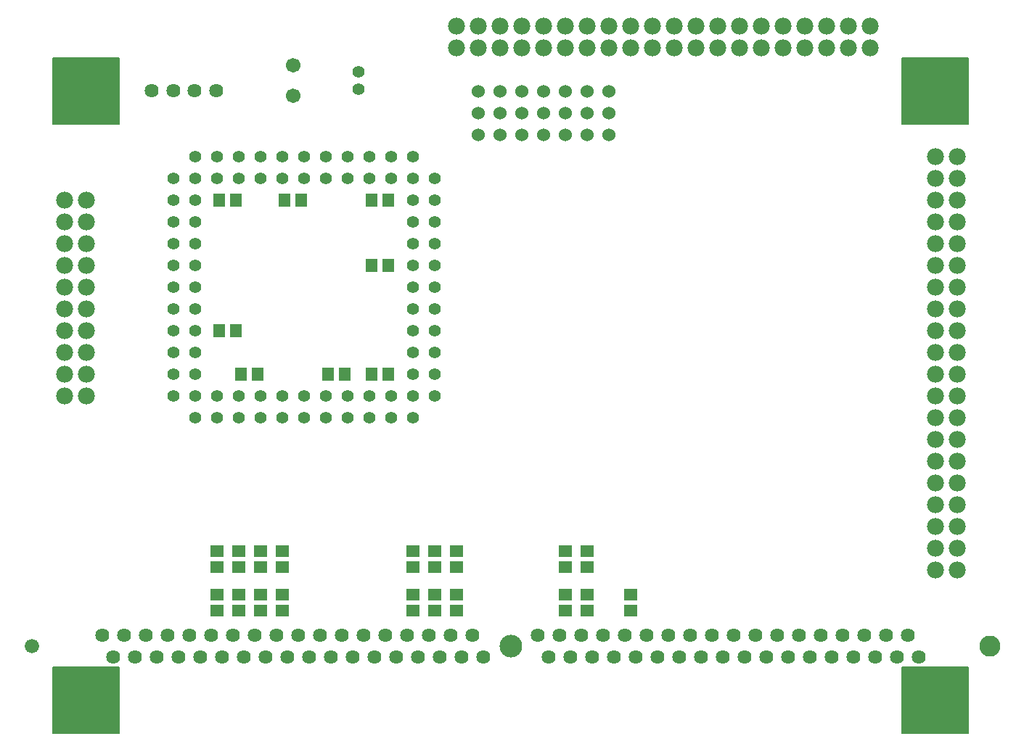
<source format=gbr>
G04 EAGLE Gerber RS-274X export*
G75*
%MOMM*%
%FSLAX34Y34*%
%LPD*%
%INSoldermask Bottom*%
%IPPOS*%
%AMOC8*
5,1,8,0,0,1.08239X$1,22.5*%
G01*
%ADD10C,1.981200*%
%ADD11C,1.701800*%
%ADD12C,1.625600*%
%ADD13C,2.463800*%
%ADD14C,1.676400*%
%ADD15C,2.641600*%
%ADD16C,1.422400*%
%ADD17R,1.601600X1.401600*%
%ADD18R,1.401600X1.601600*%
%ADD19C,1.524000*%
%ADD20C,4.117600*%

G36*
X1066918Y633746D02*
X1066918Y633746D01*
X1067037Y633753D01*
X1067075Y633766D01*
X1067116Y633771D01*
X1067226Y633814D01*
X1067339Y633851D01*
X1067374Y633873D01*
X1067411Y633888D01*
X1067507Y633958D01*
X1067608Y634021D01*
X1067636Y634051D01*
X1067669Y634074D01*
X1067745Y634166D01*
X1067826Y634253D01*
X1067846Y634288D01*
X1067871Y634319D01*
X1067922Y634427D01*
X1067980Y634531D01*
X1067990Y634571D01*
X1068007Y634607D01*
X1068029Y634724D01*
X1068059Y634839D01*
X1068063Y634900D01*
X1068067Y634920D01*
X1068065Y634940D01*
X1068069Y635000D01*
X1068069Y711200D01*
X1068054Y711318D01*
X1068047Y711437D01*
X1068034Y711475D01*
X1068029Y711516D01*
X1067986Y711626D01*
X1067949Y711739D01*
X1067927Y711774D01*
X1067912Y711811D01*
X1067843Y711907D01*
X1067779Y712008D01*
X1067749Y712036D01*
X1067726Y712069D01*
X1067634Y712145D01*
X1067547Y712226D01*
X1067512Y712246D01*
X1067481Y712271D01*
X1067373Y712322D01*
X1067269Y712380D01*
X1067229Y712390D01*
X1067193Y712407D01*
X1067076Y712429D01*
X1066961Y712459D01*
X1066901Y712463D01*
X1066881Y712467D01*
X1066860Y712465D01*
X1066800Y712469D01*
X990600Y712469D01*
X990482Y712454D01*
X990363Y712447D01*
X990325Y712434D01*
X990284Y712429D01*
X990174Y712386D01*
X990061Y712349D01*
X990026Y712327D01*
X989989Y712312D01*
X989893Y712243D01*
X989792Y712179D01*
X989764Y712149D01*
X989731Y712126D01*
X989656Y712034D01*
X989574Y711947D01*
X989554Y711912D01*
X989529Y711881D01*
X989478Y711773D01*
X989420Y711669D01*
X989410Y711629D01*
X989393Y711593D01*
X989371Y711476D01*
X989341Y711361D01*
X989337Y711301D01*
X989333Y711281D01*
X989335Y711260D01*
X989331Y711200D01*
X989331Y635000D01*
X989346Y634882D01*
X989353Y634763D01*
X989366Y634725D01*
X989371Y634684D01*
X989414Y634574D01*
X989451Y634461D01*
X989473Y634426D01*
X989488Y634389D01*
X989558Y634293D01*
X989621Y634192D01*
X989651Y634164D01*
X989674Y634131D01*
X989766Y634056D01*
X989853Y633974D01*
X989888Y633954D01*
X989919Y633929D01*
X990027Y633878D01*
X990131Y633820D01*
X990171Y633810D01*
X990207Y633793D01*
X990324Y633771D01*
X990439Y633741D01*
X990500Y633737D01*
X990520Y633733D01*
X990540Y633735D01*
X990600Y633731D01*
X1066800Y633731D01*
X1066918Y633746D01*
G37*
G36*
X76318Y633746D02*
X76318Y633746D01*
X76437Y633753D01*
X76475Y633766D01*
X76516Y633771D01*
X76626Y633814D01*
X76739Y633851D01*
X76774Y633873D01*
X76811Y633888D01*
X76907Y633958D01*
X77008Y634021D01*
X77036Y634051D01*
X77069Y634074D01*
X77145Y634166D01*
X77226Y634253D01*
X77246Y634288D01*
X77271Y634319D01*
X77322Y634427D01*
X77380Y634531D01*
X77390Y634571D01*
X77407Y634607D01*
X77429Y634724D01*
X77459Y634839D01*
X77463Y634900D01*
X77467Y634920D01*
X77465Y634940D01*
X77469Y635000D01*
X77469Y711200D01*
X77454Y711318D01*
X77447Y711437D01*
X77434Y711475D01*
X77429Y711516D01*
X77386Y711626D01*
X77349Y711739D01*
X77327Y711774D01*
X77312Y711811D01*
X77243Y711907D01*
X77179Y712008D01*
X77149Y712036D01*
X77126Y712069D01*
X77034Y712145D01*
X76947Y712226D01*
X76912Y712246D01*
X76881Y712271D01*
X76773Y712322D01*
X76669Y712380D01*
X76629Y712390D01*
X76593Y712407D01*
X76476Y712429D01*
X76361Y712459D01*
X76301Y712463D01*
X76281Y712467D01*
X76260Y712465D01*
X76200Y712469D01*
X0Y712469D01*
X-118Y712454D01*
X-237Y712447D01*
X-275Y712434D01*
X-316Y712429D01*
X-426Y712386D01*
X-539Y712349D01*
X-574Y712327D01*
X-611Y712312D01*
X-707Y712243D01*
X-808Y712179D01*
X-836Y712149D01*
X-869Y712126D01*
X-945Y712034D01*
X-1026Y711947D01*
X-1046Y711912D01*
X-1071Y711881D01*
X-1122Y711773D01*
X-1180Y711669D01*
X-1190Y711629D01*
X-1207Y711593D01*
X-1229Y711476D01*
X-1259Y711361D01*
X-1263Y711301D01*
X-1267Y711281D01*
X-1265Y711260D01*
X-1269Y711200D01*
X-1269Y635000D01*
X-1254Y634882D01*
X-1247Y634763D01*
X-1234Y634725D01*
X-1229Y634684D01*
X-1186Y634574D01*
X-1149Y634461D01*
X-1127Y634426D01*
X-1112Y634389D01*
X-1043Y634293D01*
X-979Y634192D01*
X-949Y634164D01*
X-926Y634131D01*
X-834Y634056D01*
X-747Y633974D01*
X-712Y633954D01*
X-681Y633929D01*
X-573Y633878D01*
X-469Y633820D01*
X-429Y633810D01*
X-393Y633793D01*
X-276Y633771D01*
X-161Y633741D01*
X-101Y633737D01*
X-81Y633733D01*
X-60Y633735D01*
X0Y633731D01*
X76200Y633731D01*
X76318Y633746D01*
G37*
G36*
X76318Y-77454D02*
X76318Y-77454D01*
X76437Y-77447D01*
X76475Y-77434D01*
X76516Y-77429D01*
X76626Y-77386D01*
X76739Y-77349D01*
X76774Y-77327D01*
X76811Y-77312D01*
X76907Y-77243D01*
X77008Y-77179D01*
X77036Y-77149D01*
X77069Y-77126D01*
X77145Y-77034D01*
X77226Y-76947D01*
X77246Y-76912D01*
X77271Y-76881D01*
X77322Y-76773D01*
X77380Y-76669D01*
X77390Y-76629D01*
X77407Y-76593D01*
X77429Y-76476D01*
X77459Y-76361D01*
X77463Y-76301D01*
X77467Y-76281D01*
X77465Y-76260D01*
X77469Y-76200D01*
X77469Y0D01*
X77454Y118D01*
X77447Y237D01*
X77434Y275D01*
X77429Y316D01*
X77386Y426D01*
X77349Y539D01*
X77327Y574D01*
X77312Y611D01*
X77243Y707D01*
X77179Y808D01*
X77149Y836D01*
X77126Y869D01*
X77034Y945D01*
X76947Y1026D01*
X76912Y1046D01*
X76881Y1071D01*
X76773Y1122D01*
X76669Y1180D01*
X76629Y1190D01*
X76593Y1207D01*
X76476Y1229D01*
X76361Y1259D01*
X76301Y1263D01*
X76281Y1267D01*
X76260Y1265D01*
X76200Y1269D01*
X0Y1269D01*
X-118Y1254D01*
X-237Y1247D01*
X-275Y1234D01*
X-316Y1229D01*
X-426Y1186D01*
X-539Y1149D01*
X-574Y1127D01*
X-611Y1112D01*
X-707Y1043D01*
X-808Y979D01*
X-836Y949D01*
X-869Y926D01*
X-945Y834D01*
X-1026Y747D01*
X-1046Y712D01*
X-1071Y681D01*
X-1122Y573D01*
X-1180Y469D01*
X-1190Y429D01*
X-1207Y393D01*
X-1229Y276D01*
X-1259Y161D01*
X-1263Y101D01*
X-1267Y81D01*
X-1265Y60D01*
X-1269Y0D01*
X-1269Y-76200D01*
X-1254Y-76318D01*
X-1247Y-76437D01*
X-1234Y-76475D01*
X-1229Y-76516D01*
X-1186Y-76626D01*
X-1149Y-76739D01*
X-1127Y-76774D01*
X-1112Y-76811D01*
X-1043Y-76907D01*
X-979Y-77008D01*
X-949Y-77036D01*
X-926Y-77069D01*
X-834Y-77145D01*
X-747Y-77226D01*
X-712Y-77246D01*
X-681Y-77271D01*
X-573Y-77322D01*
X-469Y-77380D01*
X-429Y-77390D01*
X-393Y-77407D01*
X-276Y-77429D01*
X-161Y-77459D01*
X-101Y-77463D01*
X-81Y-77467D01*
X-60Y-77465D01*
X0Y-77469D01*
X76200Y-77469D01*
X76318Y-77454D01*
G37*
G36*
X1066918Y-77454D02*
X1066918Y-77454D01*
X1067037Y-77447D01*
X1067075Y-77434D01*
X1067116Y-77429D01*
X1067226Y-77386D01*
X1067339Y-77349D01*
X1067374Y-77327D01*
X1067411Y-77312D01*
X1067507Y-77243D01*
X1067608Y-77179D01*
X1067636Y-77149D01*
X1067669Y-77126D01*
X1067745Y-77034D01*
X1067826Y-76947D01*
X1067846Y-76912D01*
X1067871Y-76881D01*
X1067922Y-76773D01*
X1067980Y-76669D01*
X1067990Y-76629D01*
X1068007Y-76593D01*
X1068029Y-76476D01*
X1068059Y-76361D01*
X1068063Y-76301D01*
X1068067Y-76281D01*
X1068065Y-76260D01*
X1068069Y-76200D01*
X1068069Y0D01*
X1068054Y118D01*
X1068047Y237D01*
X1068034Y275D01*
X1068029Y316D01*
X1067986Y426D01*
X1067949Y539D01*
X1067927Y574D01*
X1067912Y611D01*
X1067843Y707D01*
X1067779Y808D01*
X1067749Y836D01*
X1067726Y869D01*
X1067634Y945D01*
X1067547Y1026D01*
X1067512Y1046D01*
X1067481Y1071D01*
X1067373Y1122D01*
X1067269Y1180D01*
X1067229Y1190D01*
X1067193Y1207D01*
X1067076Y1229D01*
X1066961Y1259D01*
X1066901Y1263D01*
X1066881Y1267D01*
X1066860Y1265D01*
X1066800Y1269D01*
X990600Y1269D01*
X990482Y1254D01*
X990363Y1247D01*
X990325Y1234D01*
X990284Y1229D01*
X990174Y1186D01*
X990061Y1149D01*
X990026Y1127D01*
X989989Y1112D01*
X989893Y1043D01*
X989792Y979D01*
X989764Y949D01*
X989731Y926D01*
X989656Y834D01*
X989574Y747D01*
X989554Y712D01*
X989529Y681D01*
X989478Y573D01*
X989420Y469D01*
X989410Y429D01*
X989393Y393D01*
X989371Y276D01*
X989341Y161D01*
X989337Y101D01*
X989333Y81D01*
X989335Y60D01*
X989331Y0D01*
X989331Y-76200D01*
X989346Y-76318D01*
X989353Y-76437D01*
X989366Y-76475D01*
X989371Y-76516D01*
X989414Y-76626D01*
X989451Y-76739D01*
X989473Y-76774D01*
X989488Y-76811D01*
X989558Y-76907D01*
X989621Y-77008D01*
X989651Y-77036D01*
X989674Y-77069D01*
X989766Y-77145D01*
X989853Y-77226D01*
X989888Y-77246D01*
X989919Y-77271D01*
X990027Y-77322D01*
X990131Y-77380D01*
X990171Y-77390D01*
X990207Y-77407D01*
X990324Y-77429D01*
X990439Y-77459D01*
X990500Y-77463D01*
X990520Y-77467D01*
X990540Y-77465D01*
X990600Y-77469D01*
X1066800Y-77469D01*
X1066918Y-77454D01*
G37*
D10*
X1054100Y114300D03*
X1028700Y114300D03*
X1054100Y139700D03*
X1028700Y139700D03*
X1054100Y165100D03*
X1028700Y165100D03*
X1054100Y190500D03*
X1028700Y190500D03*
X1054100Y215900D03*
X1028700Y215900D03*
X1054100Y241300D03*
X1028700Y241300D03*
X1054100Y266700D03*
X1028700Y266700D03*
X1054100Y292100D03*
X1028700Y292100D03*
X1054100Y317500D03*
X1028700Y317500D03*
X1054100Y342900D03*
X1028700Y342900D03*
X1054100Y368300D03*
X1028700Y368300D03*
X1054100Y393700D03*
X1028700Y393700D03*
X1054100Y419100D03*
X1028700Y419100D03*
X1054100Y444500D03*
X1028700Y444500D03*
X1054100Y469900D03*
X1028700Y469900D03*
X1054100Y495300D03*
X1028700Y495300D03*
X1054100Y520700D03*
X1028700Y520700D03*
X1054100Y546100D03*
X1028700Y546100D03*
X1054100Y571500D03*
X1028700Y571500D03*
X1054100Y596900D03*
X1028700Y596900D03*
D11*
X279400Y703580D03*
X279400Y668020D03*
D12*
X57150Y38100D03*
X69850Y12700D03*
X82550Y38100D03*
X95250Y12700D03*
X107950Y38100D03*
X120650Y12700D03*
X133350Y38100D03*
X146050Y12700D03*
X158750Y38100D03*
X171450Y12700D03*
X184150Y38100D03*
X196850Y12700D03*
X209550Y38100D03*
X222250Y12700D03*
X234950Y38100D03*
X247650Y12700D03*
X260350Y38100D03*
X273050Y12700D03*
X285750Y38100D03*
X298450Y12700D03*
X311150Y38100D03*
X323850Y12700D03*
X336550Y38100D03*
X349250Y12700D03*
X361950Y38100D03*
X374650Y12700D03*
X387350Y38100D03*
X400050Y12700D03*
X412750Y38100D03*
X425450Y12700D03*
X438150Y38100D03*
X450850Y12700D03*
X463550Y38100D03*
X476250Y12700D03*
X488950Y38100D03*
X501650Y12700D03*
X565150Y38100D03*
X577850Y12700D03*
X590550Y38100D03*
X603250Y12700D03*
X615950Y38100D03*
X628650Y12700D03*
X641350Y38100D03*
X654050Y12700D03*
X666750Y38100D03*
X679450Y12700D03*
X692150Y38100D03*
X704850Y12700D03*
X717550Y38100D03*
X730250Y12700D03*
X742950Y38100D03*
X755650Y12700D03*
X768350Y38100D03*
X781050Y12700D03*
X793750Y38100D03*
X806450Y12700D03*
X819150Y38100D03*
X831850Y12700D03*
X844550Y38100D03*
X857250Y12700D03*
X869950Y38100D03*
X882650Y12700D03*
X895350Y38100D03*
X908050Y12700D03*
X920750Y38100D03*
X933450Y12700D03*
X946150Y38100D03*
X958850Y12700D03*
X971550Y38100D03*
X984250Y12700D03*
X996950Y38100D03*
X1009650Y12700D03*
D13*
X1092200Y25400D03*
D14*
X-25400Y25400D03*
D15*
X533400Y25400D03*
D10*
X38100Y317500D03*
X12700Y317500D03*
X38100Y342900D03*
X12700Y342900D03*
X38100Y368300D03*
X12700Y368300D03*
X38100Y393700D03*
X12700Y393700D03*
X38100Y419100D03*
X12700Y419100D03*
X38100Y444500D03*
X12700Y444500D03*
X38100Y469900D03*
X12700Y469900D03*
X38100Y495300D03*
X12700Y495300D03*
X38100Y520700D03*
X12700Y520700D03*
X38100Y546100D03*
X12700Y546100D03*
X952500Y749300D03*
X952500Y723900D03*
X927100Y749300D03*
X927100Y723900D03*
X901700Y749300D03*
X901700Y723900D03*
X876300Y749300D03*
X876300Y723900D03*
X850900Y749300D03*
X850900Y723900D03*
X825500Y749300D03*
X825500Y723900D03*
X800100Y749300D03*
X800100Y723900D03*
X774700Y749300D03*
X774700Y723900D03*
X749300Y749300D03*
X749300Y723900D03*
X723900Y749300D03*
X723900Y723900D03*
X698500Y749300D03*
X698500Y723900D03*
X673100Y749300D03*
X673100Y723900D03*
X647700Y749300D03*
X647700Y723900D03*
X622300Y749300D03*
X622300Y723900D03*
X596900Y749300D03*
X596900Y723900D03*
X571500Y749300D03*
X571500Y723900D03*
X546100Y749300D03*
X546100Y723900D03*
X520700Y749300D03*
X520700Y723900D03*
X495300Y749300D03*
X495300Y723900D03*
X469900Y749300D03*
X469900Y723900D03*
D16*
X292100Y596900D03*
X292100Y571500D03*
X266700Y596900D03*
X266700Y571500D03*
X241300Y596900D03*
X241300Y571500D03*
X215900Y596900D03*
X215900Y571500D03*
X190500Y596900D03*
X190500Y571500D03*
X165100Y596900D03*
X139700Y571500D03*
X165100Y571500D03*
X139700Y546100D03*
X165100Y546100D03*
X139700Y520700D03*
X165100Y520700D03*
X139700Y495300D03*
X165100Y495300D03*
X139700Y469900D03*
X165100Y469900D03*
X139700Y444500D03*
X165100Y444500D03*
X139700Y419100D03*
X165100Y419100D03*
X139700Y393700D03*
X165100Y393700D03*
X139700Y368300D03*
X165100Y368300D03*
X139700Y342900D03*
X139700Y317500D03*
X165100Y342900D03*
X165100Y292100D03*
X165100Y317500D03*
X190500Y317500D03*
X190500Y292100D03*
X215900Y317500D03*
X215900Y292100D03*
X241300Y317500D03*
X241300Y292100D03*
X266700Y292100D03*
X266700Y317500D03*
X292100Y292100D03*
X292100Y317500D03*
X317500Y292100D03*
X317500Y317500D03*
X342900Y292100D03*
X342900Y317500D03*
X368300Y317500D03*
X368300Y292100D03*
X393700Y317500D03*
X393700Y292100D03*
X419100Y292100D03*
X419100Y571500D03*
X444500Y571500D03*
X419100Y546100D03*
X444500Y546100D03*
X419100Y520700D03*
X444500Y520700D03*
X419100Y495300D03*
X444500Y495300D03*
X419100Y469900D03*
X444500Y469900D03*
X419100Y444500D03*
X444500Y444500D03*
X419100Y419100D03*
X444500Y419100D03*
X419100Y393700D03*
X444500Y393700D03*
X419100Y368300D03*
X444500Y368300D03*
X419100Y342900D03*
X419100Y317500D03*
X444500Y342900D03*
X444500Y317500D03*
X342900Y571500D03*
X342900Y596900D03*
X368300Y571500D03*
X368300Y596900D03*
X393700Y571500D03*
X393700Y596900D03*
X419100Y596900D03*
X317500Y596900D03*
X317500Y571500D03*
D12*
X139900Y674100D03*
X114900Y674100D03*
X164900Y674100D03*
X189900Y674100D03*
D17*
X190500Y85700D03*
X190500Y66700D03*
X190500Y136500D03*
X190500Y117500D03*
X215900Y85700D03*
X215900Y66700D03*
X215900Y136500D03*
X215900Y117500D03*
X241300Y85700D03*
X241300Y66700D03*
X241300Y136500D03*
X241300Y117500D03*
X266700Y85700D03*
X266700Y66700D03*
X266700Y136500D03*
X266700Y117500D03*
X419100Y136500D03*
X419100Y117500D03*
X419100Y85700D03*
X419100Y66700D03*
X444500Y136500D03*
X444500Y117500D03*
X444500Y85700D03*
X444500Y66700D03*
X596900Y85700D03*
X596900Y66700D03*
X596900Y136500D03*
X596900Y117500D03*
X622300Y85700D03*
X622300Y66700D03*
X622300Y136500D03*
X622300Y117500D03*
X469900Y85700D03*
X469900Y66700D03*
X469900Y136500D03*
X469900Y117500D03*
X673100Y85700D03*
X673100Y66700D03*
D18*
X390500Y546100D03*
X371500Y546100D03*
X390500Y469900D03*
X371500Y469900D03*
X390500Y342900D03*
X371500Y342900D03*
X219100Y342900D03*
X238100Y342900D03*
X193700Y393700D03*
X212700Y393700D03*
X193700Y546100D03*
X212700Y546100D03*
X320700Y342900D03*
X339700Y342900D03*
X269900Y546100D03*
X288900Y546100D03*
D16*
X355600Y695960D03*
X355600Y675640D03*
D19*
X647700Y622300D03*
X647700Y647700D03*
X647700Y673100D03*
X622300Y622300D03*
X622300Y647700D03*
X622300Y673100D03*
X495300Y622300D03*
X495300Y647700D03*
X495300Y673100D03*
X546100Y622300D03*
X546100Y647700D03*
X546100Y673100D03*
X520700Y622300D03*
X520700Y647700D03*
X520700Y673100D03*
X571500Y622300D03*
X571500Y647700D03*
X571500Y673100D03*
X596900Y622300D03*
X596900Y647700D03*
X596900Y673100D03*
D20*
X38100Y-38100D03*
X38100Y673100D03*
X1028700Y673100D03*
X1028700Y-38100D03*
M02*

</source>
